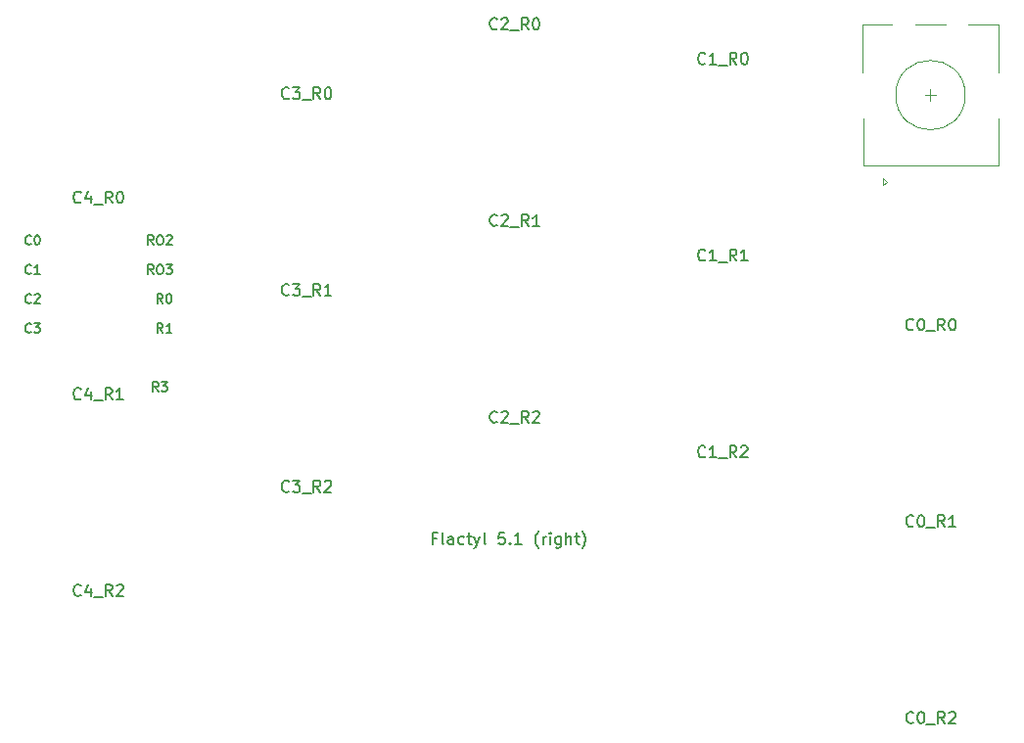
<source format=gbr>
%TF.GenerationSoftware,KiCad,Pcbnew,7.0.6-0*%
%TF.CreationDate,2023-08-01T13:26:10+08:00*%
%TF.ProjectId,right,72696768-742e-46b6-9963-61645f706362,v1.0.0*%
%TF.SameCoordinates,Original*%
%TF.FileFunction,Legend,Top*%
%TF.FilePolarity,Positive*%
%FSLAX46Y46*%
G04 Gerber Fmt 4.6, Leading zero omitted, Abs format (unit mm)*
G04 Created by KiCad (PCBNEW 7.0.6-0) date 2023-08-01 13:26:10*
%MOMM*%
%LPD*%
G01*
G04 APERTURE LIST*
%ADD10C,0.150000*%
%ADD11C,0.120000*%
G04 APERTURE END LIST*
D10*
X-1523809Y30640419D02*
X-1571428Y30592800D01*
X-1571428Y30592800D02*
X-1714285Y30545180D01*
X-1714285Y30545180D02*
X-1809523Y30545180D01*
X-1809523Y30545180D02*
X-1952380Y30592800D01*
X-1952380Y30592800D02*
X-2047618Y30688038D01*
X-2047618Y30688038D02*
X-2095237Y30783276D01*
X-2095237Y30783276D02*
X-2142856Y30973752D01*
X-2142856Y30973752D02*
X-2142856Y31116609D01*
X-2142856Y31116609D02*
X-2095237Y31307085D01*
X-2095237Y31307085D02*
X-2047618Y31402323D01*
X-2047618Y31402323D02*
X-1952380Y31497561D01*
X-1952380Y31497561D02*
X-1809523Y31545180D01*
X-1809523Y31545180D02*
X-1714285Y31545180D01*
X-1714285Y31545180D02*
X-1571428Y31497561D01*
X-1571428Y31497561D02*
X-1523809Y31449942D01*
X-666666Y31211847D02*
X-666666Y30545180D01*
X-904761Y31592800D02*
X-1142856Y30878514D01*
X-1142856Y30878514D02*
X-523809Y30878514D01*
X-380952Y30449942D02*
X380952Y30449942D01*
X1190476Y30545180D02*
X857143Y31021371D01*
X619048Y30545180D02*
X619048Y31545180D01*
X619048Y31545180D02*
X1000000Y31545180D01*
X1000000Y31545180D02*
X1095238Y31497561D01*
X1095238Y31497561D02*
X1142857Y31449942D01*
X1142857Y31449942D02*
X1190476Y31354704D01*
X1190476Y31354704D02*
X1190476Y31211847D01*
X1190476Y31211847D02*
X1142857Y31116609D01*
X1142857Y31116609D02*
X1095238Y31068990D01*
X1095238Y31068990D02*
X1000000Y31021371D01*
X1000000Y31021371D02*
X619048Y31021371D01*
X1809524Y31545180D02*
X1904762Y31545180D01*
X1904762Y31545180D02*
X2000000Y31497561D01*
X2000000Y31497561D02*
X2047619Y31449942D01*
X2047619Y31449942D02*
X2095238Y31354704D01*
X2095238Y31354704D02*
X2142857Y31164228D01*
X2142857Y31164228D02*
X2142857Y30926133D01*
X2142857Y30926133D02*
X2095238Y30735657D01*
X2095238Y30735657D02*
X2047619Y30640419D01*
X2047619Y30640419D02*
X2000000Y30592800D01*
X2000000Y30592800D02*
X1904762Y30545180D01*
X1904762Y30545180D02*
X1809524Y30545180D01*
X1809524Y30545180D02*
X1714286Y30592800D01*
X1714286Y30592800D02*
X1666667Y30640419D01*
X1666667Y30640419D02*
X1619048Y30735657D01*
X1619048Y30735657D02*
X1571429Y30926133D01*
X1571429Y30926133D02*
X1571429Y31164228D01*
X1571429Y31164228D02*
X1619048Y31354704D01*
X1619048Y31354704D02*
X1666667Y31449942D01*
X1666667Y31449942D02*
X1714286Y31497561D01*
X1714286Y31497561D02*
X1809524Y31545180D01*
X-1523809Y13640419D02*
X-1571428Y13592800D01*
X-1571428Y13592800D02*
X-1714285Y13545180D01*
X-1714285Y13545180D02*
X-1809523Y13545180D01*
X-1809523Y13545180D02*
X-1952380Y13592800D01*
X-1952380Y13592800D02*
X-2047618Y13688038D01*
X-2047618Y13688038D02*
X-2095237Y13783276D01*
X-2095237Y13783276D02*
X-2142856Y13973752D01*
X-2142856Y13973752D02*
X-2142856Y14116609D01*
X-2142856Y14116609D02*
X-2095237Y14307085D01*
X-2095237Y14307085D02*
X-2047618Y14402323D01*
X-2047618Y14402323D02*
X-1952380Y14497561D01*
X-1952380Y14497561D02*
X-1809523Y14545180D01*
X-1809523Y14545180D02*
X-1714285Y14545180D01*
X-1714285Y14545180D02*
X-1571428Y14497561D01*
X-1571428Y14497561D02*
X-1523809Y14449942D01*
X-666666Y14211847D02*
X-666666Y13545180D01*
X-904761Y14592800D02*
X-1142856Y13878514D01*
X-1142856Y13878514D02*
X-523809Y13878514D01*
X-380952Y13449942D02*
X380952Y13449942D01*
X1190476Y13545180D02*
X857143Y14021371D01*
X619048Y13545180D02*
X619048Y14545180D01*
X619048Y14545180D02*
X1000000Y14545180D01*
X1000000Y14545180D02*
X1095238Y14497561D01*
X1095238Y14497561D02*
X1142857Y14449942D01*
X1142857Y14449942D02*
X1190476Y14354704D01*
X1190476Y14354704D02*
X1190476Y14211847D01*
X1190476Y14211847D02*
X1142857Y14116609D01*
X1142857Y14116609D02*
X1095238Y14068990D01*
X1095238Y14068990D02*
X1000000Y14021371D01*
X1000000Y14021371D02*
X619048Y14021371D01*
X2142857Y13545180D02*
X1571429Y13545180D01*
X1857143Y13545180D02*
X1857143Y14545180D01*
X1857143Y14545180D02*
X1761905Y14402323D01*
X1761905Y14402323D02*
X1666667Y14307085D01*
X1666667Y14307085D02*
X1571429Y14259466D01*
X-5833332Y27023895D02*
X-5871428Y26985800D01*
X-5871428Y26985800D02*
X-5985713Y26947704D01*
X-5985713Y26947704D02*
X-6061904Y26947704D01*
X-6061904Y26947704D02*
X-6176190Y26985800D01*
X-6176190Y26985800D02*
X-6252380Y27061990D01*
X-6252380Y27061990D02*
X-6290475Y27138180D01*
X-6290475Y27138180D02*
X-6328571Y27290561D01*
X-6328571Y27290561D02*
X-6328571Y27404847D01*
X-6328571Y27404847D02*
X-6290475Y27557228D01*
X-6290475Y27557228D02*
X-6252380Y27633419D01*
X-6252380Y27633419D02*
X-6176190Y27709609D01*
X-6176190Y27709609D02*
X-6061904Y27747704D01*
X-6061904Y27747704D02*
X-5985713Y27747704D01*
X-5985713Y27747704D02*
X-5871428Y27709609D01*
X-5871428Y27709609D02*
X-5833332Y27671514D01*
X-5338094Y27747704D02*
X-5261904Y27747704D01*
X-5261904Y27747704D02*
X-5185713Y27709609D01*
X-5185713Y27709609D02*
X-5147618Y27671514D01*
X-5147618Y27671514D02*
X-5109523Y27595323D01*
X-5109523Y27595323D02*
X-5071428Y27442942D01*
X-5071428Y27442942D02*
X-5071428Y27252466D01*
X-5071428Y27252466D02*
X-5109523Y27100085D01*
X-5109523Y27100085D02*
X-5147618Y27023895D01*
X-5147618Y27023895D02*
X-5185713Y26985800D01*
X-5185713Y26985800D02*
X-5261904Y26947704D01*
X-5261904Y26947704D02*
X-5338094Y26947704D01*
X-5338094Y26947704D02*
X-5414285Y26985800D01*
X-5414285Y26985800D02*
X-5452380Y27023895D01*
X-5452380Y27023895D02*
X-5490475Y27100085D01*
X-5490475Y27100085D02*
X-5528571Y27252466D01*
X-5528571Y27252466D02*
X-5528571Y27442942D01*
X-5528571Y27442942D02*
X-5490475Y27595323D01*
X-5490475Y27595323D02*
X-5452380Y27671514D01*
X-5452380Y27671514D02*
X-5414285Y27709609D01*
X-5414285Y27709609D02*
X-5338094Y27747704D01*
X-5833332Y24483895D02*
X-5871428Y24445800D01*
X-5871428Y24445800D02*
X-5985713Y24407704D01*
X-5985713Y24407704D02*
X-6061904Y24407704D01*
X-6061904Y24407704D02*
X-6176190Y24445800D01*
X-6176190Y24445800D02*
X-6252380Y24521990D01*
X-6252380Y24521990D02*
X-6290475Y24598180D01*
X-6290475Y24598180D02*
X-6328571Y24750561D01*
X-6328571Y24750561D02*
X-6328571Y24864847D01*
X-6328571Y24864847D02*
X-6290475Y25017228D01*
X-6290475Y25017228D02*
X-6252380Y25093419D01*
X-6252380Y25093419D02*
X-6176190Y25169609D01*
X-6176190Y25169609D02*
X-6061904Y25207704D01*
X-6061904Y25207704D02*
X-5985713Y25207704D01*
X-5985713Y25207704D02*
X-5871428Y25169609D01*
X-5871428Y25169609D02*
X-5833332Y25131514D01*
X-5071428Y24407704D02*
X-5528571Y24407704D01*
X-5299999Y24407704D02*
X-5299999Y25207704D01*
X-5299999Y25207704D02*
X-5376190Y25093419D01*
X-5376190Y25093419D02*
X-5452380Y25017228D01*
X-5452380Y25017228D02*
X-5528571Y24979133D01*
X-5833332Y21943895D02*
X-5871428Y21905800D01*
X-5871428Y21905800D02*
X-5985713Y21867704D01*
X-5985713Y21867704D02*
X-6061904Y21867704D01*
X-6061904Y21867704D02*
X-6176190Y21905800D01*
X-6176190Y21905800D02*
X-6252380Y21981990D01*
X-6252380Y21981990D02*
X-6290475Y22058180D01*
X-6290475Y22058180D02*
X-6328571Y22210561D01*
X-6328571Y22210561D02*
X-6328571Y22324847D01*
X-6328571Y22324847D02*
X-6290475Y22477228D01*
X-6290475Y22477228D02*
X-6252380Y22553419D01*
X-6252380Y22553419D02*
X-6176190Y22629609D01*
X-6176190Y22629609D02*
X-6061904Y22667704D01*
X-6061904Y22667704D02*
X-5985713Y22667704D01*
X-5985713Y22667704D02*
X-5871428Y22629609D01*
X-5871428Y22629609D02*
X-5833332Y22591514D01*
X-5528571Y22591514D02*
X-5490475Y22629609D01*
X-5490475Y22629609D02*
X-5414285Y22667704D01*
X-5414285Y22667704D02*
X-5223809Y22667704D01*
X-5223809Y22667704D02*
X-5147618Y22629609D01*
X-5147618Y22629609D02*
X-5109523Y22591514D01*
X-5109523Y22591514D02*
X-5071428Y22515323D01*
X-5071428Y22515323D02*
X-5071428Y22439133D01*
X-5071428Y22439133D02*
X-5109523Y22324847D01*
X-5109523Y22324847D02*
X-5566666Y21867704D01*
X-5566666Y21867704D02*
X-5071428Y21867704D01*
X-5833332Y19403895D02*
X-5871428Y19365800D01*
X-5871428Y19365800D02*
X-5985713Y19327704D01*
X-5985713Y19327704D02*
X-6061904Y19327704D01*
X-6061904Y19327704D02*
X-6176190Y19365800D01*
X-6176190Y19365800D02*
X-6252380Y19441990D01*
X-6252380Y19441990D02*
X-6290475Y19518180D01*
X-6290475Y19518180D02*
X-6328571Y19670561D01*
X-6328571Y19670561D02*
X-6328571Y19784847D01*
X-6328571Y19784847D02*
X-6290475Y19937228D01*
X-6290475Y19937228D02*
X-6252380Y20013419D01*
X-6252380Y20013419D02*
X-6176190Y20089609D01*
X-6176190Y20089609D02*
X-6061904Y20127704D01*
X-6061904Y20127704D02*
X-5985713Y20127704D01*
X-5985713Y20127704D02*
X-5871428Y20089609D01*
X-5871428Y20089609D02*
X-5833332Y20051514D01*
X-5566666Y20127704D02*
X-5071428Y20127704D01*
X-5071428Y20127704D02*
X-5338094Y19822942D01*
X-5338094Y19822942D02*
X-5223809Y19822942D01*
X-5223809Y19822942D02*
X-5147618Y19784847D01*
X-5147618Y19784847D02*
X-5109523Y19746752D01*
X-5109523Y19746752D02*
X-5071428Y19670561D01*
X-5071428Y19670561D02*
X-5071428Y19480085D01*
X-5071428Y19480085D02*
X-5109523Y19403895D01*
X-5109523Y19403895D02*
X-5147618Y19365800D01*
X-5147618Y19365800D02*
X-5223809Y19327704D01*
X-5223809Y19327704D02*
X-5452380Y19327704D01*
X-5452380Y19327704D02*
X-5528571Y19365800D01*
X-5528571Y19365800D02*
X-5566666Y19403895D01*
X4747619Y26947704D02*
X4480952Y27328657D01*
X4290476Y26947704D02*
X4290476Y27747704D01*
X4290476Y27747704D02*
X4595238Y27747704D01*
X4595238Y27747704D02*
X4671428Y27709609D01*
X4671428Y27709609D02*
X4709523Y27671514D01*
X4709523Y27671514D02*
X4747619Y27595323D01*
X4747619Y27595323D02*
X4747619Y27481038D01*
X4747619Y27481038D02*
X4709523Y27404847D01*
X4709523Y27404847D02*
X4671428Y27366752D01*
X4671428Y27366752D02*
X4595238Y27328657D01*
X4595238Y27328657D02*
X4290476Y27328657D01*
X5242857Y27747704D02*
X5395238Y27747704D01*
X5395238Y27747704D02*
X5471428Y27709609D01*
X5471428Y27709609D02*
X5547619Y27633419D01*
X5547619Y27633419D02*
X5585714Y27481038D01*
X5585714Y27481038D02*
X5585714Y27214371D01*
X5585714Y27214371D02*
X5547619Y27061990D01*
X5547619Y27061990D02*
X5471428Y26985800D01*
X5471428Y26985800D02*
X5395238Y26947704D01*
X5395238Y26947704D02*
X5242857Y26947704D01*
X5242857Y26947704D02*
X5166666Y26985800D01*
X5166666Y26985800D02*
X5090476Y27061990D01*
X5090476Y27061990D02*
X5052380Y27214371D01*
X5052380Y27214371D02*
X5052380Y27481038D01*
X5052380Y27481038D02*
X5090476Y27633419D01*
X5090476Y27633419D02*
X5166666Y27709609D01*
X5166666Y27709609D02*
X5242857Y27747704D01*
X5890475Y27671514D02*
X5928571Y27709609D01*
X5928571Y27709609D02*
X6004761Y27747704D01*
X6004761Y27747704D02*
X6195237Y27747704D01*
X6195237Y27747704D02*
X6271428Y27709609D01*
X6271428Y27709609D02*
X6309523Y27671514D01*
X6309523Y27671514D02*
X6347618Y27595323D01*
X6347618Y27595323D02*
X6347618Y27519133D01*
X6347618Y27519133D02*
X6309523Y27404847D01*
X6309523Y27404847D02*
X5852380Y26947704D01*
X5852380Y26947704D02*
X6347618Y26947704D01*
X4747619Y24407704D02*
X4480952Y24788657D01*
X4290476Y24407704D02*
X4290476Y25207704D01*
X4290476Y25207704D02*
X4595238Y25207704D01*
X4595238Y25207704D02*
X4671428Y25169609D01*
X4671428Y25169609D02*
X4709523Y25131514D01*
X4709523Y25131514D02*
X4747619Y25055323D01*
X4747619Y25055323D02*
X4747619Y24941038D01*
X4747619Y24941038D02*
X4709523Y24864847D01*
X4709523Y24864847D02*
X4671428Y24826752D01*
X4671428Y24826752D02*
X4595238Y24788657D01*
X4595238Y24788657D02*
X4290476Y24788657D01*
X5242857Y25207704D02*
X5395238Y25207704D01*
X5395238Y25207704D02*
X5471428Y25169609D01*
X5471428Y25169609D02*
X5547619Y25093419D01*
X5547619Y25093419D02*
X5585714Y24941038D01*
X5585714Y24941038D02*
X5585714Y24674371D01*
X5585714Y24674371D02*
X5547619Y24521990D01*
X5547619Y24521990D02*
X5471428Y24445800D01*
X5471428Y24445800D02*
X5395238Y24407704D01*
X5395238Y24407704D02*
X5242857Y24407704D01*
X5242857Y24407704D02*
X5166666Y24445800D01*
X5166666Y24445800D02*
X5090476Y24521990D01*
X5090476Y24521990D02*
X5052380Y24674371D01*
X5052380Y24674371D02*
X5052380Y24941038D01*
X5052380Y24941038D02*
X5090476Y25093419D01*
X5090476Y25093419D02*
X5166666Y25169609D01*
X5166666Y25169609D02*
X5242857Y25207704D01*
X5852380Y25207704D02*
X6347618Y25207704D01*
X6347618Y25207704D02*
X6080952Y24902942D01*
X6080952Y24902942D02*
X6195237Y24902942D01*
X6195237Y24902942D02*
X6271428Y24864847D01*
X6271428Y24864847D02*
X6309523Y24826752D01*
X6309523Y24826752D02*
X6347618Y24750561D01*
X6347618Y24750561D02*
X6347618Y24560085D01*
X6347618Y24560085D02*
X6309523Y24483895D01*
X6309523Y24483895D02*
X6271428Y24445800D01*
X6271428Y24445800D02*
X6195237Y24407704D01*
X6195237Y24407704D02*
X5966666Y24407704D01*
X5966666Y24407704D02*
X5890475Y24445800D01*
X5890475Y24445800D02*
X5852380Y24483895D01*
X5566667Y21867704D02*
X5300000Y22248657D01*
X5109524Y21867704D02*
X5109524Y22667704D01*
X5109524Y22667704D02*
X5414286Y22667704D01*
X5414286Y22667704D02*
X5490476Y22629609D01*
X5490476Y22629609D02*
X5528571Y22591514D01*
X5528571Y22591514D02*
X5566667Y22515323D01*
X5566667Y22515323D02*
X5566667Y22401038D01*
X5566667Y22401038D02*
X5528571Y22324847D01*
X5528571Y22324847D02*
X5490476Y22286752D01*
X5490476Y22286752D02*
X5414286Y22248657D01*
X5414286Y22248657D02*
X5109524Y22248657D01*
X6061905Y22667704D02*
X6138095Y22667704D01*
X6138095Y22667704D02*
X6214286Y22629609D01*
X6214286Y22629609D02*
X6252381Y22591514D01*
X6252381Y22591514D02*
X6290476Y22515323D01*
X6290476Y22515323D02*
X6328571Y22362942D01*
X6328571Y22362942D02*
X6328571Y22172466D01*
X6328571Y22172466D02*
X6290476Y22020085D01*
X6290476Y22020085D02*
X6252381Y21943895D01*
X6252381Y21943895D02*
X6214286Y21905800D01*
X6214286Y21905800D02*
X6138095Y21867704D01*
X6138095Y21867704D02*
X6061905Y21867704D01*
X6061905Y21867704D02*
X5985714Y21905800D01*
X5985714Y21905800D02*
X5947619Y21943895D01*
X5947619Y21943895D02*
X5909524Y22020085D01*
X5909524Y22020085D02*
X5871428Y22172466D01*
X5871428Y22172466D02*
X5871428Y22362942D01*
X5871428Y22362942D02*
X5909524Y22515323D01*
X5909524Y22515323D02*
X5947619Y22591514D01*
X5947619Y22591514D02*
X5985714Y22629609D01*
X5985714Y22629609D02*
X6061905Y22667704D01*
X5566667Y19327704D02*
X5300000Y19708657D01*
X5109524Y19327704D02*
X5109524Y20127704D01*
X5109524Y20127704D02*
X5414286Y20127704D01*
X5414286Y20127704D02*
X5490476Y20089609D01*
X5490476Y20089609D02*
X5528571Y20051514D01*
X5528571Y20051514D02*
X5566667Y19975323D01*
X5566667Y19975323D02*
X5566667Y19861038D01*
X5566667Y19861038D02*
X5528571Y19784847D01*
X5528571Y19784847D02*
X5490476Y19746752D01*
X5490476Y19746752D02*
X5414286Y19708657D01*
X5414286Y19708657D02*
X5109524Y19708657D01*
X6328571Y19327704D02*
X5871428Y19327704D01*
X6100000Y19327704D02*
X6100000Y20127704D01*
X6100000Y20127704D02*
X6023809Y20013419D01*
X6023809Y20013419D02*
X5947619Y19937228D01*
X5947619Y19937228D02*
X5871428Y19899133D01*
X5166667Y14247704D02*
X4900000Y14628657D01*
X4709524Y14247704D02*
X4709524Y15047704D01*
X4709524Y15047704D02*
X5014286Y15047704D01*
X5014286Y15047704D02*
X5090476Y15009609D01*
X5090476Y15009609D02*
X5128571Y14971514D01*
X5128571Y14971514D02*
X5166667Y14895323D01*
X5166667Y14895323D02*
X5166667Y14781038D01*
X5166667Y14781038D02*
X5128571Y14704847D01*
X5128571Y14704847D02*
X5090476Y14666752D01*
X5090476Y14666752D02*
X5014286Y14628657D01*
X5014286Y14628657D02*
X4709524Y14628657D01*
X5433333Y15047704D02*
X5928571Y15047704D01*
X5928571Y15047704D02*
X5661905Y14742942D01*
X5661905Y14742942D02*
X5776190Y14742942D01*
X5776190Y14742942D02*
X5852381Y14704847D01*
X5852381Y14704847D02*
X5890476Y14666752D01*
X5890476Y14666752D02*
X5928571Y14590561D01*
X5928571Y14590561D02*
X5928571Y14400085D01*
X5928571Y14400085D02*
X5890476Y14323895D01*
X5890476Y14323895D02*
X5852381Y14285800D01*
X5852381Y14285800D02*
X5776190Y14247704D01*
X5776190Y14247704D02*
X5547619Y14247704D01*
X5547619Y14247704D02*
X5471428Y14285800D01*
X5471428Y14285800D02*
X5433333Y14323895D01*
X29214284Y1568990D02*
X28880951Y1568990D01*
X28880951Y1045180D02*
X28880951Y2045180D01*
X28880951Y2045180D02*
X29357141Y2045180D01*
X29880951Y1045180D02*
X29785713Y1092800D01*
X29785713Y1092800D02*
X29738094Y1188038D01*
X29738094Y1188038D02*
X29738094Y2045180D01*
X30690475Y1045180D02*
X30690475Y1568990D01*
X30690475Y1568990D02*
X30642856Y1664228D01*
X30642856Y1664228D02*
X30547618Y1711847D01*
X30547618Y1711847D02*
X30357142Y1711847D01*
X30357142Y1711847D02*
X30261904Y1664228D01*
X30690475Y1092800D02*
X30595237Y1045180D01*
X30595237Y1045180D02*
X30357142Y1045180D01*
X30357142Y1045180D02*
X30261904Y1092800D01*
X30261904Y1092800D02*
X30214285Y1188038D01*
X30214285Y1188038D02*
X30214285Y1283276D01*
X30214285Y1283276D02*
X30261904Y1378514D01*
X30261904Y1378514D02*
X30357142Y1426133D01*
X30357142Y1426133D02*
X30595237Y1426133D01*
X30595237Y1426133D02*
X30690475Y1473752D01*
X31595237Y1092800D02*
X31499999Y1045180D01*
X31499999Y1045180D02*
X31309523Y1045180D01*
X31309523Y1045180D02*
X31214285Y1092800D01*
X31214285Y1092800D02*
X31166666Y1140419D01*
X31166666Y1140419D02*
X31119047Y1235657D01*
X31119047Y1235657D02*
X31119047Y1521371D01*
X31119047Y1521371D02*
X31166666Y1616609D01*
X31166666Y1616609D02*
X31214285Y1664228D01*
X31214285Y1664228D02*
X31309523Y1711847D01*
X31309523Y1711847D02*
X31499999Y1711847D01*
X31499999Y1711847D02*
X31595237Y1664228D01*
X31880952Y1711847D02*
X32261904Y1711847D01*
X32023809Y2045180D02*
X32023809Y1188038D01*
X32023809Y1188038D02*
X32071428Y1092800D01*
X32071428Y1092800D02*
X32166666Y1045180D01*
X32166666Y1045180D02*
X32261904Y1045180D01*
X32500000Y1711847D02*
X32738095Y1045180D01*
X32976190Y1711847D02*
X32738095Y1045180D01*
X32738095Y1045180D02*
X32642857Y807085D01*
X32642857Y807085D02*
X32595238Y759466D01*
X32595238Y759466D02*
X32500000Y711847D01*
X33500000Y1045180D02*
X33404762Y1092800D01*
X33404762Y1092800D02*
X33357143Y1188038D01*
X33357143Y1188038D02*
X33357143Y2045180D01*
X35119048Y2045180D02*
X34642858Y2045180D01*
X34642858Y2045180D02*
X34595239Y1568990D01*
X34595239Y1568990D02*
X34642858Y1616609D01*
X34642858Y1616609D02*
X34738096Y1664228D01*
X34738096Y1664228D02*
X34976191Y1664228D01*
X34976191Y1664228D02*
X35071429Y1616609D01*
X35071429Y1616609D02*
X35119048Y1568990D01*
X35119048Y1568990D02*
X35166667Y1473752D01*
X35166667Y1473752D02*
X35166667Y1235657D01*
X35166667Y1235657D02*
X35119048Y1140419D01*
X35119048Y1140419D02*
X35071429Y1092800D01*
X35071429Y1092800D02*
X34976191Y1045180D01*
X34976191Y1045180D02*
X34738096Y1045180D01*
X34738096Y1045180D02*
X34642858Y1092800D01*
X34642858Y1092800D02*
X34595239Y1140419D01*
X35595239Y1140419D02*
X35642858Y1092800D01*
X35642858Y1092800D02*
X35595239Y1045180D01*
X35595239Y1045180D02*
X35547620Y1092800D01*
X35547620Y1092800D02*
X35595239Y1140419D01*
X35595239Y1140419D02*
X35595239Y1045180D01*
X36595238Y1045180D02*
X36023810Y1045180D01*
X36309524Y1045180D02*
X36309524Y2045180D01*
X36309524Y2045180D02*
X36214286Y1902323D01*
X36214286Y1902323D02*
X36119048Y1807085D01*
X36119048Y1807085D02*
X36023810Y1759466D01*
X38071429Y664228D02*
X38023810Y711847D01*
X38023810Y711847D02*
X37928572Y854704D01*
X37928572Y854704D02*
X37880953Y949942D01*
X37880953Y949942D02*
X37833334Y1092800D01*
X37833334Y1092800D02*
X37785715Y1330895D01*
X37785715Y1330895D02*
X37785715Y1521371D01*
X37785715Y1521371D02*
X37833334Y1759466D01*
X37833334Y1759466D02*
X37880953Y1902323D01*
X37880953Y1902323D02*
X37928572Y1997561D01*
X37928572Y1997561D02*
X38023810Y2140419D01*
X38023810Y2140419D02*
X38071429Y2188038D01*
X38452382Y1045180D02*
X38452382Y1711847D01*
X38452382Y1521371D02*
X38500001Y1616609D01*
X38500001Y1616609D02*
X38547620Y1664228D01*
X38547620Y1664228D02*
X38642858Y1711847D01*
X38642858Y1711847D02*
X38738096Y1711847D01*
X39071430Y1045180D02*
X39071430Y1711847D01*
X39071430Y2045180D02*
X39023811Y1997561D01*
X39023811Y1997561D02*
X39071430Y1949942D01*
X39071430Y1949942D02*
X39119049Y1997561D01*
X39119049Y1997561D02*
X39071430Y2045180D01*
X39071430Y2045180D02*
X39071430Y1949942D01*
X39976191Y1711847D02*
X39976191Y902323D01*
X39976191Y902323D02*
X39928572Y807085D01*
X39928572Y807085D02*
X39880953Y759466D01*
X39880953Y759466D02*
X39785715Y711847D01*
X39785715Y711847D02*
X39642858Y711847D01*
X39642858Y711847D02*
X39547620Y759466D01*
X39976191Y1092800D02*
X39880953Y1045180D01*
X39880953Y1045180D02*
X39690477Y1045180D01*
X39690477Y1045180D02*
X39595239Y1092800D01*
X39595239Y1092800D02*
X39547620Y1140419D01*
X39547620Y1140419D02*
X39500001Y1235657D01*
X39500001Y1235657D02*
X39500001Y1521371D01*
X39500001Y1521371D02*
X39547620Y1616609D01*
X39547620Y1616609D02*
X39595239Y1664228D01*
X39595239Y1664228D02*
X39690477Y1711847D01*
X39690477Y1711847D02*
X39880953Y1711847D01*
X39880953Y1711847D02*
X39976191Y1664228D01*
X40452382Y1045180D02*
X40452382Y2045180D01*
X40880953Y1045180D02*
X40880953Y1568990D01*
X40880953Y1568990D02*
X40833334Y1664228D01*
X40833334Y1664228D02*
X40738096Y1711847D01*
X40738096Y1711847D02*
X40595239Y1711847D01*
X40595239Y1711847D02*
X40500001Y1664228D01*
X40500001Y1664228D02*
X40452382Y1616609D01*
X41214287Y1711847D02*
X41595239Y1711847D01*
X41357144Y2045180D02*
X41357144Y1188038D01*
X41357144Y1188038D02*
X41404763Y1092800D01*
X41404763Y1092800D02*
X41500001Y1045180D01*
X41500001Y1045180D02*
X41595239Y1045180D01*
X41833335Y664228D02*
X41880954Y711847D01*
X41880954Y711847D02*
X41976192Y854704D01*
X41976192Y854704D02*
X42023811Y949942D01*
X42023811Y949942D02*
X42071430Y1092800D01*
X42071430Y1092800D02*
X42119049Y1330895D01*
X42119049Y1330895D02*
X42119049Y1521371D01*
X42119049Y1521371D02*
X42071430Y1759466D01*
X42071430Y1759466D02*
X42023811Y1902323D01*
X42023811Y1902323D02*
X41976192Y1997561D01*
X41976192Y1997561D02*
X41880954Y2140419D01*
X41880954Y2140419D02*
X41833335Y2188038D01*
X70476190Y19640419D02*
X70428571Y19592800D01*
X70428571Y19592800D02*
X70285714Y19545180D01*
X70285714Y19545180D02*
X70190476Y19545180D01*
X70190476Y19545180D02*
X70047619Y19592800D01*
X70047619Y19592800D02*
X69952381Y19688038D01*
X69952381Y19688038D02*
X69904762Y19783276D01*
X69904762Y19783276D02*
X69857143Y19973752D01*
X69857143Y19973752D02*
X69857143Y20116609D01*
X69857143Y20116609D02*
X69904762Y20307085D01*
X69904762Y20307085D02*
X69952381Y20402323D01*
X69952381Y20402323D02*
X70047619Y20497561D01*
X70047619Y20497561D02*
X70190476Y20545180D01*
X70190476Y20545180D02*
X70285714Y20545180D01*
X70285714Y20545180D02*
X70428571Y20497561D01*
X70428571Y20497561D02*
X70476190Y20449942D01*
X71095238Y20545180D02*
X71190476Y20545180D01*
X71190476Y20545180D02*
X71285714Y20497561D01*
X71285714Y20497561D02*
X71333333Y20449942D01*
X71333333Y20449942D02*
X71380952Y20354704D01*
X71380952Y20354704D02*
X71428571Y20164228D01*
X71428571Y20164228D02*
X71428571Y19926133D01*
X71428571Y19926133D02*
X71380952Y19735657D01*
X71380952Y19735657D02*
X71333333Y19640419D01*
X71333333Y19640419D02*
X71285714Y19592800D01*
X71285714Y19592800D02*
X71190476Y19545180D01*
X71190476Y19545180D02*
X71095238Y19545180D01*
X71095238Y19545180D02*
X71000000Y19592800D01*
X71000000Y19592800D02*
X70952381Y19640419D01*
X70952381Y19640419D02*
X70904762Y19735657D01*
X70904762Y19735657D02*
X70857143Y19926133D01*
X70857143Y19926133D02*
X70857143Y20164228D01*
X70857143Y20164228D02*
X70904762Y20354704D01*
X70904762Y20354704D02*
X70952381Y20449942D01*
X70952381Y20449942D02*
X71000000Y20497561D01*
X71000000Y20497561D02*
X71095238Y20545180D01*
X71619048Y19449942D02*
X72380952Y19449942D01*
X73190476Y19545180D02*
X72857143Y20021371D01*
X72619048Y19545180D02*
X72619048Y20545180D01*
X72619048Y20545180D02*
X73000000Y20545180D01*
X73000000Y20545180D02*
X73095238Y20497561D01*
X73095238Y20497561D02*
X73142857Y20449942D01*
X73142857Y20449942D02*
X73190476Y20354704D01*
X73190476Y20354704D02*
X73190476Y20211847D01*
X73190476Y20211847D02*
X73142857Y20116609D01*
X73142857Y20116609D02*
X73095238Y20068990D01*
X73095238Y20068990D02*
X73000000Y20021371D01*
X73000000Y20021371D02*
X72619048Y20021371D01*
X73809524Y20545180D02*
X73904762Y20545180D01*
X73904762Y20545180D02*
X74000000Y20497561D01*
X74000000Y20497561D02*
X74047619Y20449942D01*
X74047619Y20449942D02*
X74095238Y20354704D01*
X74095238Y20354704D02*
X74142857Y20164228D01*
X74142857Y20164228D02*
X74142857Y19926133D01*
X74142857Y19926133D02*
X74095238Y19735657D01*
X74095238Y19735657D02*
X74047619Y19640419D01*
X74047619Y19640419D02*
X74000000Y19592800D01*
X74000000Y19592800D02*
X73904762Y19545180D01*
X73904762Y19545180D02*
X73809524Y19545180D01*
X73809524Y19545180D02*
X73714286Y19592800D01*
X73714286Y19592800D02*
X73666667Y19640419D01*
X73666667Y19640419D02*
X73619048Y19735657D01*
X73619048Y19735657D02*
X73571429Y19926133D01*
X73571429Y19926133D02*
X73571429Y20164228D01*
X73571429Y20164228D02*
X73619048Y20354704D01*
X73619048Y20354704D02*
X73666667Y20449942D01*
X73666667Y20449942D02*
X73714286Y20497561D01*
X73714286Y20497561D02*
X73809524Y20545180D01*
X70476190Y2640419D02*
X70428571Y2592800D01*
X70428571Y2592800D02*
X70285714Y2545180D01*
X70285714Y2545180D02*
X70190476Y2545180D01*
X70190476Y2545180D02*
X70047619Y2592800D01*
X70047619Y2592800D02*
X69952381Y2688038D01*
X69952381Y2688038D02*
X69904762Y2783276D01*
X69904762Y2783276D02*
X69857143Y2973752D01*
X69857143Y2973752D02*
X69857143Y3116609D01*
X69857143Y3116609D02*
X69904762Y3307085D01*
X69904762Y3307085D02*
X69952381Y3402323D01*
X69952381Y3402323D02*
X70047619Y3497561D01*
X70047619Y3497561D02*
X70190476Y3545180D01*
X70190476Y3545180D02*
X70285714Y3545180D01*
X70285714Y3545180D02*
X70428571Y3497561D01*
X70428571Y3497561D02*
X70476190Y3449942D01*
X71095238Y3545180D02*
X71190476Y3545180D01*
X71190476Y3545180D02*
X71285714Y3497561D01*
X71285714Y3497561D02*
X71333333Y3449942D01*
X71333333Y3449942D02*
X71380952Y3354704D01*
X71380952Y3354704D02*
X71428571Y3164228D01*
X71428571Y3164228D02*
X71428571Y2926133D01*
X71428571Y2926133D02*
X71380952Y2735657D01*
X71380952Y2735657D02*
X71333333Y2640419D01*
X71333333Y2640419D02*
X71285714Y2592800D01*
X71285714Y2592800D02*
X71190476Y2545180D01*
X71190476Y2545180D02*
X71095238Y2545180D01*
X71095238Y2545180D02*
X71000000Y2592800D01*
X71000000Y2592800D02*
X70952381Y2640419D01*
X70952381Y2640419D02*
X70904762Y2735657D01*
X70904762Y2735657D02*
X70857143Y2926133D01*
X70857143Y2926133D02*
X70857143Y3164228D01*
X70857143Y3164228D02*
X70904762Y3354704D01*
X70904762Y3354704D02*
X70952381Y3449942D01*
X70952381Y3449942D02*
X71000000Y3497561D01*
X71000000Y3497561D02*
X71095238Y3545180D01*
X71619048Y2449942D02*
X72380952Y2449942D01*
X73190476Y2545180D02*
X72857143Y3021371D01*
X72619048Y2545180D02*
X72619048Y3545180D01*
X72619048Y3545180D02*
X73000000Y3545180D01*
X73000000Y3545180D02*
X73095238Y3497561D01*
X73095238Y3497561D02*
X73142857Y3449942D01*
X73142857Y3449942D02*
X73190476Y3354704D01*
X73190476Y3354704D02*
X73190476Y3211847D01*
X73190476Y3211847D02*
X73142857Y3116609D01*
X73142857Y3116609D02*
X73095238Y3068990D01*
X73095238Y3068990D02*
X73000000Y3021371D01*
X73000000Y3021371D02*
X72619048Y3021371D01*
X74142857Y2545180D02*
X73571429Y2545180D01*
X73857143Y2545180D02*
X73857143Y3545180D01*
X73857143Y3545180D02*
X73761905Y3402323D01*
X73761905Y3402323D02*
X73666667Y3307085D01*
X73666667Y3307085D02*
X73571429Y3259466D01*
X70476190Y-14359580D02*
X70428571Y-14407200D01*
X70428571Y-14407200D02*
X70285714Y-14454819D01*
X70285714Y-14454819D02*
X70190476Y-14454819D01*
X70190476Y-14454819D02*
X70047619Y-14407200D01*
X70047619Y-14407200D02*
X69952381Y-14311961D01*
X69952381Y-14311961D02*
X69904762Y-14216723D01*
X69904762Y-14216723D02*
X69857143Y-14026247D01*
X69857143Y-14026247D02*
X69857143Y-13883390D01*
X69857143Y-13883390D02*
X69904762Y-13692914D01*
X69904762Y-13692914D02*
X69952381Y-13597676D01*
X69952381Y-13597676D02*
X70047619Y-13502438D01*
X70047619Y-13502438D02*
X70190476Y-13454819D01*
X70190476Y-13454819D02*
X70285714Y-13454819D01*
X70285714Y-13454819D02*
X70428571Y-13502438D01*
X70428571Y-13502438D02*
X70476190Y-13550057D01*
X71095238Y-13454819D02*
X71190476Y-13454819D01*
X71190476Y-13454819D02*
X71285714Y-13502438D01*
X71285714Y-13502438D02*
X71333333Y-13550057D01*
X71333333Y-13550057D02*
X71380952Y-13645295D01*
X71380952Y-13645295D02*
X71428571Y-13835771D01*
X71428571Y-13835771D02*
X71428571Y-14073866D01*
X71428571Y-14073866D02*
X71380952Y-14264342D01*
X71380952Y-14264342D02*
X71333333Y-14359580D01*
X71333333Y-14359580D02*
X71285714Y-14407200D01*
X71285714Y-14407200D02*
X71190476Y-14454819D01*
X71190476Y-14454819D02*
X71095238Y-14454819D01*
X71095238Y-14454819D02*
X71000000Y-14407200D01*
X71000000Y-14407200D02*
X70952381Y-14359580D01*
X70952381Y-14359580D02*
X70904762Y-14264342D01*
X70904762Y-14264342D02*
X70857143Y-14073866D01*
X70857143Y-14073866D02*
X70857143Y-13835771D01*
X70857143Y-13835771D02*
X70904762Y-13645295D01*
X70904762Y-13645295D02*
X70952381Y-13550057D01*
X70952381Y-13550057D02*
X71000000Y-13502438D01*
X71000000Y-13502438D02*
X71095238Y-13454819D01*
X71619048Y-14550057D02*
X72380952Y-14550057D01*
X73190476Y-14454819D02*
X72857143Y-13978628D01*
X72619048Y-14454819D02*
X72619048Y-13454819D01*
X72619048Y-13454819D02*
X73000000Y-13454819D01*
X73000000Y-13454819D02*
X73095238Y-13502438D01*
X73095238Y-13502438D02*
X73142857Y-13550057D01*
X73142857Y-13550057D02*
X73190476Y-13645295D01*
X73190476Y-13645295D02*
X73190476Y-13788152D01*
X73190476Y-13788152D02*
X73142857Y-13883390D01*
X73142857Y-13883390D02*
X73095238Y-13931009D01*
X73095238Y-13931009D02*
X73000000Y-13978628D01*
X73000000Y-13978628D02*
X72619048Y-13978628D01*
X73571429Y-13550057D02*
X73619048Y-13502438D01*
X73619048Y-13502438D02*
X73714286Y-13454819D01*
X73714286Y-13454819D02*
X73952381Y-13454819D01*
X73952381Y-13454819D02*
X74047619Y-13502438D01*
X74047619Y-13502438D02*
X74095238Y-13550057D01*
X74095238Y-13550057D02*
X74142857Y-13645295D01*
X74142857Y-13645295D02*
X74142857Y-13740533D01*
X74142857Y-13740533D02*
X74095238Y-13883390D01*
X74095238Y-13883390D02*
X73523810Y-14454819D01*
X73523810Y-14454819D02*
X74142857Y-14454819D01*
X52476190Y42640419D02*
X52428571Y42592800D01*
X52428571Y42592800D02*
X52285714Y42545180D01*
X52285714Y42545180D02*
X52190476Y42545180D01*
X52190476Y42545180D02*
X52047619Y42592800D01*
X52047619Y42592800D02*
X51952381Y42688038D01*
X51952381Y42688038D02*
X51904762Y42783276D01*
X51904762Y42783276D02*
X51857143Y42973752D01*
X51857143Y42973752D02*
X51857143Y43116609D01*
X51857143Y43116609D02*
X51904762Y43307085D01*
X51904762Y43307085D02*
X51952381Y43402323D01*
X51952381Y43402323D02*
X52047619Y43497561D01*
X52047619Y43497561D02*
X52190476Y43545180D01*
X52190476Y43545180D02*
X52285714Y43545180D01*
X52285714Y43545180D02*
X52428571Y43497561D01*
X52428571Y43497561D02*
X52476190Y43449942D01*
X53428571Y42545180D02*
X52857143Y42545180D01*
X53142857Y42545180D02*
X53142857Y43545180D01*
X53142857Y43545180D02*
X53047619Y43402323D01*
X53047619Y43402323D02*
X52952381Y43307085D01*
X52952381Y43307085D02*
X52857143Y43259466D01*
X53619048Y42449942D02*
X54380952Y42449942D01*
X55190476Y42545180D02*
X54857143Y43021371D01*
X54619048Y42545180D02*
X54619048Y43545180D01*
X54619048Y43545180D02*
X55000000Y43545180D01*
X55000000Y43545180D02*
X55095238Y43497561D01*
X55095238Y43497561D02*
X55142857Y43449942D01*
X55142857Y43449942D02*
X55190476Y43354704D01*
X55190476Y43354704D02*
X55190476Y43211847D01*
X55190476Y43211847D02*
X55142857Y43116609D01*
X55142857Y43116609D02*
X55095238Y43068990D01*
X55095238Y43068990D02*
X55000000Y43021371D01*
X55000000Y43021371D02*
X54619048Y43021371D01*
X55809524Y43545180D02*
X55904762Y43545180D01*
X55904762Y43545180D02*
X56000000Y43497561D01*
X56000000Y43497561D02*
X56047619Y43449942D01*
X56047619Y43449942D02*
X56095238Y43354704D01*
X56095238Y43354704D02*
X56142857Y43164228D01*
X56142857Y43164228D02*
X56142857Y42926133D01*
X56142857Y42926133D02*
X56095238Y42735657D01*
X56095238Y42735657D02*
X56047619Y42640419D01*
X56047619Y42640419D02*
X56000000Y42592800D01*
X56000000Y42592800D02*
X55904762Y42545180D01*
X55904762Y42545180D02*
X55809524Y42545180D01*
X55809524Y42545180D02*
X55714286Y42592800D01*
X55714286Y42592800D02*
X55666667Y42640419D01*
X55666667Y42640419D02*
X55619048Y42735657D01*
X55619048Y42735657D02*
X55571429Y42926133D01*
X55571429Y42926133D02*
X55571429Y43164228D01*
X55571429Y43164228D02*
X55619048Y43354704D01*
X55619048Y43354704D02*
X55666667Y43449942D01*
X55666667Y43449942D02*
X55714286Y43497561D01*
X55714286Y43497561D02*
X55809524Y43545180D01*
X52476190Y25640419D02*
X52428571Y25592800D01*
X52428571Y25592800D02*
X52285714Y25545180D01*
X52285714Y25545180D02*
X52190476Y25545180D01*
X52190476Y25545180D02*
X52047619Y25592800D01*
X52047619Y25592800D02*
X51952381Y25688038D01*
X51952381Y25688038D02*
X51904762Y25783276D01*
X51904762Y25783276D02*
X51857143Y25973752D01*
X51857143Y25973752D02*
X51857143Y26116609D01*
X51857143Y26116609D02*
X51904762Y26307085D01*
X51904762Y26307085D02*
X51952381Y26402323D01*
X51952381Y26402323D02*
X52047619Y26497561D01*
X52047619Y26497561D02*
X52190476Y26545180D01*
X52190476Y26545180D02*
X52285714Y26545180D01*
X52285714Y26545180D02*
X52428571Y26497561D01*
X52428571Y26497561D02*
X52476190Y26449942D01*
X53428571Y25545180D02*
X52857143Y25545180D01*
X53142857Y25545180D02*
X53142857Y26545180D01*
X53142857Y26545180D02*
X53047619Y26402323D01*
X53047619Y26402323D02*
X52952381Y26307085D01*
X52952381Y26307085D02*
X52857143Y26259466D01*
X53619048Y25449942D02*
X54380952Y25449942D01*
X55190476Y25545180D02*
X54857143Y26021371D01*
X54619048Y25545180D02*
X54619048Y26545180D01*
X54619048Y26545180D02*
X55000000Y26545180D01*
X55000000Y26545180D02*
X55095238Y26497561D01*
X55095238Y26497561D02*
X55142857Y26449942D01*
X55142857Y26449942D02*
X55190476Y26354704D01*
X55190476Y26354704D02*
X55190476Y26211847D01*
X55190476Y26211847D02*
X55142857Y26116609D01*
X55142857Y26116609D02*
X55095238Y26068990D01*
X55095238Y26068990D02*
X55000000Y26021371D01*
X55000000Y26021371D02*
X54619048Y26021371D01*
X56142857Y25545180D02*
X55571429Y25545180D01*
X55857143Y25545180D02*
X55857143Y26545180D01*
X55857143Y26545180D02*
X55761905Y26402323D01*
X55761905Y26402323D02*
X55666667Y26307085D01*
X55666667Y26307085D02*
X55571429Y26259466D01*
X52476190Y8640419D02*
X52428571Y8592800D01*
X52428571Y8592800D02*
X52285714Y8545180D01*
X52285714Y8545180D02*
X52190476Y8545180D01*
X52190476Y8545180D02*
X52047619Y8592800D01*
X52047619Y8592800D02*
X51952381Y8688038D01*
X51952381Y8688038D02*
X51904762Y8783276D01*
X51904762Y8783276D02*
X51857143Y8973752D01*
X51857143Y8973752D02*
X51857143Y9116609D01*
X51857143Y9116609D02*
X51904762Y9307085D01*
X51904762Y9307085D02*
X51952381Y9402323D01*
X51952381Y9402323D02*
X52047619Y9497561D01*
X52047619Y9497561D02*
X52190476Y9545180D01*
X52190476Y9545180D02*
X52285714Y9545180D01*
X52285714Y9545180D02*
X52428571Y9497561D01*
X52428571Y9497561D02*
X52476190Y9449942D01*
X53428571Y8545180D02*
X52857143Y8545180D01*
X53142857Y8545180D02*
X53142857Y9545180D01*
X53142857Y9545180D02*
X53047619Y9402323D01*
X53047619Y9402323D02*
X52952381Y9307085D01*
X52952381Y9307085D02*
X52857143Y9259466D01*
X53619048Y8449942D02*
X54380952Y8449942D01*
X55190476Y8545180D02*
X54857143Y9021371D01*
X54619048Y8545180D02*
X54619048Y9545180D01*
X54619048Y9545180D02*
X55000000Y9545180D01*
X55000000Y9545180D02*
X55095238Y9497561D01*
X55095238Y9497561D02*
X55142857Y9449942D01*
X55142857Y9449942D02*
X55190476Y9354704D01*
X55190476Y9354704D02*
X55190476Y9211847D01*
X55190476Y9211847D02*
X55142857Y9116609D01*
X55142857Y9116609D02*
X55095238Y9068990D01*
X55095238Y9068990D02*
X55000000Y9021371D01*
X55000000Y9021371D02*
X54619048Y9021371D01*
X55571429Y9449942D02*
X55619048Y9497561D01*
X55619048Y9497561D02*
X55714286Y9545180D01*
X55714286Y9545180D02*
X55952381Y9545180D01*
X55952381Y9545180D02*
X56047619Y9497561D01*
X56047619Y9497561D02*
X56095238Y9449942D01*
X56095238Y9449942D02*
X56142857Y9354704D01*
X56142857Y9354704D02*
X56142857Y9259466D01*
X56142857Y9259466D02*
X56095238Y9116609D01*
X56095238Y9116609D02*
X55523810Y8545180D01*
X55523810Y8545180D02*
X56142857Y8545180D01*
X34476190Y45640419D02*
X34428571Y45592800D01*
X34428571Y45592800D02*
X34285714Y45545180D01*
X34285714Y45545180D02*
X34190476Y45545180D01*
X34190476Y45545180D02*
X34047619Y45592800D01*
X34047619Y45592800D02*
X33952381Y45688038D01*
X33952381Y45688038D02*
X33904762Y45783276D01*
X33904762Y45783276D02*
X33857143Y45973752D01*
X33857143Y45973752D02*
X33857143Y46116609D01*
X33857143Y46116609D02*
X33904762Y46307085D01*
X33904762Y46307085D02*
X33952381Y46402323D01*
X33952381Y46402323D02*
X34047619Y46497561D01*
X34047619Y46497561D02*
X34190476Y46545180D01*
X34190476Y46545180D02*
X34285714Y46545180D01*
X34285714Y46545180D02*
X34428571Y46497561D01*
X34428571Y46497561D02*
X34476190Y46449942D01*
X34857143Y46449942D02*
X34904762Y46497561D01*
X34904762Y46497561D02*
X35000000Y46545180D01*
X35000000Y46545180D02*
X35238095Y46545180D01*
X35238095Y46545180D02*
X35333333Y46497561D01*
X35333333Y46497561D02*
X35380952Y46449942D01*
X35380952Y46449942D02*
X35428571Y46354704D01*
X35428571Y46354704D02*
X35428571Y46259466D01*
X35428571Y46259466D02*
X35380952Y46116609D01*
X35380952Y46116609D02*
X34809524Y45545180D01*
X34809524Y45545180D02*
X35428571Y45545180D01*
X35619048Y45449942D02*
X36380952Y45449942D01*
X37190476Y45545180D02*
X36857143Y46021371D01*
X36619048Y45545180D02*
X36619048Y46545180D01*
X36619048Y46545180D02*
X37000000Y46545180D01*
X37000000Y46545180D02*
X37095238Y46497561D01*
X37095238Y46497561D02*
X37142857Y46449942D01*
X37142857Y46449942D02*
X37190476Y46354704D01*
X37190476Y46354704D02*
X37190476Y46211847D01*
X37190476Y46211847D02*
X37142857Y46116609D01*
X37142857Y46116609D02*
X37095238Y46068990D01*
X37095238Y46068990D02*
X37000000Y46021371D01*
X37000000Y46021371D02*
X36619048Y46021371D01*
X37809524Y46545180D02*
X37904762Y46545180D01*
X37904762Y46545180D02*
X38000000Y46497561D01*
X38000000Y46497561D02*
X38047619Y46449942D01*
X38047619Y46449942D02*
X38095238Y46354704D01*
X38095238Y46354704D02*
X38142857Y46164228D01*
X38142857Y46164228D02*
X38142857Y45926133D01*
X38142857Y45926133D02*
X38095238Y45735657D01*
X38095238Y45735657D02*
X38047619Y45640419D01*
X38047619Y45640419D02*
X38000000Y45592800D01*
X38000000Y45592800D02*
X37904762Y45545180D01*
X37904762Y45545180D02*
X37809524Y45545180D01*
X37809524Y45545180D02*
X37714286Y45592800D01*
X37714286Y45592800D02*
X37666667Y45640419D01*
X37666667Y45640419D02*
X37619048Y45735657D01*
X37619048Y45735657D02*
X37571429Y45926133D01*
X37571429Y45926133D02*
X37571429Y46164228D01*
X37571429Y46164228D02*
X37619048Y46354704D01*
X37619048Y46354704D02*
X37666667Y46449942D01*
X37666667Y46449942D02*
X37714286Y46497561D01*
X37714286Y46497561D02*
X37809524Y46545180D01*
X34476190Y28640419D02*
X34428571Y28592800D01*
X34428571Y28592800D02*
X34285714Y28545180D01*
X34285714Y28545180D02*
X34190476Y28545180D01*
X34190476Y28545180D02*
X34047619Y28592800D01*
X34047619Y28592800D02*
X33952381Y28688038D01*
X33952381Y28688038D02*
X33904762Y28783276D01*
X33904762Y28783276D02*
X33857143Y28973752D01*
X33857143Y28973752D02*
X33857143Y29116609D01*
X33857143Y29116609D02*
X33904762Y29307085D01*
X33904762Y29307085D02*
X33952381Y29402323D01*
X33952381Y29402323D02*
X34047619Y29497561D01*
X34047619Y29497561D02*
X34190476Y29545180D01*
X34190476Y29545180D02*
X34285714Y29545180D01*
X34285714Y29545180D02*
X34428571Y29497561D01*
X34428571Y29497561D02*
X34476190Y29449942D01*
X34857143Y29449942D02*
X34904762Y29497561D01*
X34904762Y29497561D02*
X35000000Y29545180D01*
X35000000Y29545180D02*
X35238095Y29545180D01*
X35238095Y29545180D02*
X35333333Y29497561D01*
X35333333Y29497561D02*
X35380952Y29449942D01*
X35380952Y29449942D02*
X35428571Y29354704D01*
X35428571Y29354704D02*
X35428571Y29259466D01*
X35428571Y29259466D02*
X35380952Y29116609D01*
X35380952Y29116609D02*
X34809524Y28545180D01*
X34809524Y28545180D02*
X35428571Y28545180D01*
X35619048Y28449942D02*
X36380952Y28449942D01*
X37190476Y28545180D02*
X36857143Y29021371D01*
X36619048Y28545180D02*
X36619048Y29545180D01*
X36619048Y29545180D02*
X37000000Y29545180D01*
X37000000Y29545180D02*
X37095238Y29497561D01*
X37095238Y29497561D02*
X37142857Y29449942D01*
X37142857Y29449942D02*
X37190476Y29354704D01*
X37190476Y29354704D02*
X37190476Y29211847D01*
X37190476Y29211847D02*
X37142857Y29116609D01*
X37142857Y29116609D02*
X37095238Y29068990D01*
X37095238Y29068990D02*
X37000000Y29021371D01*
X37000000Y29021371D02*
X36619048Y29021371D01*
X38142857Y28545180D02*
X37571429Y28545180D01*
X37857143Y28545180D02*
X37857143Y29545180D01*
X37857143Y29545180D02*
X37761905Y29402323D01*
X37761905Y29402323D02*
X37666667Y29307085D01*
X37666667Y29307085D02*
X37571429Y29259466D01*
X34476190Y11640419D02*
X34428571Y11592800D01*
X34428571Y11592800D02*
X34285714Y11545180D01*
X34285714Y11545180D02*
X34190476Y11545180D01*
X34190476Y11545180D02*
X34047619Y11592800D01*
X34047619Y11592800D02*
X33952381Y11688038D01*
X33952381Y11688038D02*
X33904762Y11783276D01*
X33904762Y11783276D02*
X33857143Y11973752D01*
X33857143Y11973752D02*
X33857143Y12116609D01*
X33857143Y12116609D02*
X33904762Y12307085D01*
X33904762Y12307085D02*
X33952381Y12402323D01*
X33952381Y12402323D02*
X34047619Y12497561D01*
X34047619Y12497561D02*
X34190476Y12545180D01*
X34190476Y12545180D02*
X34285714Y12545180D01*
X34285714Y12545180D02*
X34428571Y12497561D01*
X34428571Y12497561D02*
X34476190Y12449942D01*
X34857143Y12449942D02*
X34904762Y12497561D01*
X34904762Y12497561D02*
X35000000Y12545180D01*
X35000000Y12545180D02*
X35238095Y12545180D01*
X35238095Y12545180D02*
X35333333Y12497561D01*
X35333333Y12497561D02*
X35380952Y12449942D01*
X35380952Y12449942D02*
X35428571Y12354704D01*
X35428571Y12354704D02*
X35428571Y12259466D01*
X35428571Y12259466D02*
X35380952Y12116609D01*
X35380952Y12116609D02*
X34809524Y11545180D01*
X34809524Y11545180D02*
X35428571Y11545180D01*
X35619048Y11449942D02*
X36380952Y11449942D01*
X37190476Y11545180D02*
X36857143Y12021371D01*
X36619048Y11545180D02*
X36619048Y12545180D01*
X36619048Y12545180D02*
X37000000Y12545180D01*
X37000000Y12545180D02*
X37095238Y12497561D01*
X37095238Y12497561D02*
X37142857Y12449942D01*
X37142857Y12449942D02*
X37190476Y12354704D01*
X37190476Y12354704D02*
X37190476Y12211847D01*
X37190476Y12211847D02*
X37142857Y12116609D01*
X37142857Y12116609D02*
X37095238Y12068990D01*
X37095238Y12068990D02*
X37000000Y12021371D01*
X37000000Y12021371D02*
X36619048Y12021371D01*
X37571429Y12449942D02*
X37619048Y12497561D01*
X37619048Y12497561D02*
X37714286Y12545180D01*
X37714286Y12545180D02*
X37952381Y12545180D01*
X37952381Y12545180D02*
X38047619Y12497561D01*
X38047619Y12497561D02*
X38095238Y12449942D01*
X38095238Y12449942D02*
X38142857Y12354704D01*
X38142857Y12354704D02*
X38142857Y12259466D01*
X38142857Y12259466D02*
X38095238Y12116609D01*
X38095238Y12116609D02*
X37523810Y11545180D01*
X37523810Y11545180D02*
X38142857Y11545180D01*
X16476190Y39640419D02*
X16428571Y39592800D01*
X16428571Y39592800D02*
X16285714Y39545180D01*
X16285714Y39545180D02*
X16190476Y39545180D01*
X16190476Y39545180D02*
X16047619Y39592800D01*
X16047619Y39592800D02*
X15952381Y39688038D01*
X15952381Y39688038D02*
X15904762Y39783276D01*
X15904762Y39783276D02*
X15857143Y39973752D01*
X15857143Y39973752D02*
X15857143Y40116609D01*
X15857143Y40116609D02*
X15904762Y40307085D01*
X15904762Y40307085D02*
X15952381Y40402323D01*
X15952381Y40402323D02*
X16047619Y40497561D01*
X16047619Y40497561D02*
X16190476Y40545180D01*
X16190476Y40545180D02*
X16285714Y40545180D01*
X16285714Y40545180D02*
X16428571Y40497561D01*
X16428571Y40497561D02*
X16476190Y40449942D01*
X16809524Y40545180D02*
X17428571Y40545180D01*
X17428571Y40545180D02*
X17095238Y40164228D01*
X17095238Y40164228D02*
X17238095Y40164228D01*
X17238095Y40164228D02*
X17333333Y40116609D01*
X17333333Y40116609D02*
X17380952Y40068990D01*
X17380952Y40068990D02*
X17428571Y39973752D01*
X17428571Y39973752D02*
X17428571Y39735657D01*
X17428571Y39735657D02*
X17380952Y39640419D01*
X17380952Y39640419D02*
X17333333Y39592800D01*
X17333333Y39592800D02*
X17238095Y39545180D01*
X17238095Y39545180D02*
X16952381Y39545180D01*
X16952381Y39545180D02*
X16857143Y39592800D01*
X16857143Y39592800D02*
X16809524Y39640419D01*
X17619048Y39449942D02*
X18380952Y39449942D01*
X19190476Y39545180D02*
X18857143Y40021371D01*
X18619048Y39545180D02*
X18619048Y40545180D01*
X18619048Y40545180D02*
X19000000Y40545180D01*
X19000000Y40545180D02*
X19095238Y40497561D01*
X19095238Y40497561D02*
X19142857Y40449942D01*
X19142857Y40449942D02*
X19190476Y40354704D01*
X19190476Y40354704D02*
X19190476Y40211847D01*
X19190476Y40211847D02*
X19142857Y40116609D01*
X19142857Y40116609D02*
X19095238Y40068990D01*
X19095238Y40068990D02*
X19000000Y40021371D01*
X19000000Y40021371D02*
X18619048Y40021371D01*
X19809524Y40545180D02*
X19904762Y40545180D01*
X19904762Y40545180D02*
X20000000Y40497561D01*
X20000000Y40497561D02*
X20047619Y40449942D01*
X20047619Y40449942D02*
X20095238Y40354704D01*
X20095238Y40354704D02*
X20142857Y40164228D01*
X20142857Y40164228D02*
X20142857Y39926133D01*
X20142857Y39926133D02*
X20095238Y39735657D01*
X20095238Y39735657D02*
X20047619Y39640419D01*
X20047619Y39640419D02*
X20000000Y39592800D01*
X20000000Y39592800D02*
X19904762Y39545180D01*
X19904762Y39545180D02*
X19809524Y39545180D01*
X19809524Y39545180D02*
X19714286Y39592800D01*
X19714286Y39592800D02*
X19666667Y39640419D01*
X19666667Y39640419D02*
X19619048Y39735657D01*
X19619048Y39735657D02*
X19571429Y39926133D01*
X19571429Y39926133D02*
X19571429Y40164228D01*
X19571429Y40164228D02*
X19619048Y40354704D01*
X19619048Y40354704D02*
X19666667Y40449942D01*
X19666667Y40449942D02*
X19714286Y40497561D01*
X19714286Y40497561D02*
X19809524Y40545180D01*
X16476190Y22640419D02*
X16428571Y22592800D01*
X16428571Y22592800D02*
X16285714Y22545180D01*
X16285714Y22545180D02*
X16190476Y22545180D01*
X16190476Y22545180D02*
X16047619Y22592800D01*
X16047619Y22592800D02*
X15952381Y22688038D01*
X15952381Y22688038D02*
X15904762Y22783276D01*
X15904762Y22783276D02*
X15857143Y22973752D01*
X15857143Y22973752D02*
X15857143Y23116609D01*
X15857143Y23116609D02*
X15904762Y23307085D01*
X15904762Y23307085D02*
X15952381Y23402323D01*
X15952381Y23402323D02*
X16047619Y23497561D01*
X16047619Y23497561D02*
X16190476Y23545180D01*
X16190476Y23545180D02*
X16285714Y23545180D01*
X16285714Y23545180D02*
X16428571Y23497561D01*
X16428571Y23497561D02*
X16476190Y23449942D01*
X16809524Y23545180D02*
X17428571Y23545180D01*
X17428571Y23545180D02*
X17095238Y23164228D01*
X17095238Y23164228D02*
X17238095Y23164228D01*
X17238095Y23164228D02*
X17333333Y23116609D01*
X17333333Y23116609D02*
X17380952Y23068990D01*
X17380952Y23068990D02*
X17428571Y22973752D01*
X17428571Y22973752D02*
X17428571Y22735657D01*
X17428571Y22735657D02*
X17380952Y22640419D01*
X17380952Y22640419D02*
X17333333Y22592800D01*
X17333333Y22592800D02*
X17238095Y22545180D01*
X17238095Y22545180D02*
X16952381Y22545180D01*
X16952381Y22545180D02*
X16857143Y22592800D01*
X16857143Y22592800D02*
X16809524Y22640419D01*
X17619048Y22449942D02*
X18380952Y22449942D01*
X19190476Y22545180D02*
X18857143Y23021371D01*
X18619048Y22545180D02*
X18619048Y23545180D01*
X18619048Y23545180D02*
X19000000Y23545180D01*
X19000000Y23545180D02*
X19095238Y23497561D01*
X19095238Y23497561D02*
X19142857Y23449942D01*
X19142857Y23449942D02*
X19190476Y23354704D01*
X19190476Y23354704D02*
X19190476Y23211847D01*
X19190476Y23211847D02*
X19142857Y23116609D01*
X19142857Y23116609D02*
X19095238Y23068990D01*
X19095238Y23068990D02*
X19000000Y23021371D01*
X19000000Y23021371D02*
X18619048Y23021371D01*
X20142857Y22545180D02*
X19571429Y22545180D01*
X19857143Y22545180D02*
X19857143Y23545180D01*
X19857143Y23545180D02*
X19761905Y23402323D01*
X19761905Y23402323D02*
X19666667Y23307085D01*
X19666667Y23307085D02*
X19571429Y23259466D01*
X16476190Y5640419D02*
X16428571Y5592800D01*
X16428571Y5592800D02*
X16285714Y5545180D01*
X16285714Y5545180D02*
X16190476Y5545180D01*
X16190476Y5545180D02*
X16047619Y5592800D01*
X16047619Y5592800D02*
X15952381Y5688038D01*
X15952381Y5688038D02*
X15904762Y5783276D01*
X15904762Y5783276D02*
X15857143Y5973752D01*
X15857143Y5973752D02*
X15857143Y6116609D01*
X15857143Y6116609D02*
X15904762Y6307085D01*
X15904762Y6307085D02*
X15952381Y6402323D01*
X15952381Y6402323D02*
X16047619Y6497561D01*
X16047619Y6497561D02*
X16190476Y6545180D01*
X16190476Y6545180D02*
X16285714Y6545180D01*
X16285714Y6545180D02*
X16428571Y6497561D01*
X16428571Y6497561D02*
X16476190Y6449942D01*
X16809524Y6545180D02*
X17428571Y6545180D01*
X17428571Y6545180D02*
X17095238Y6164228D01*
X17095238Y6164228D02*
X17238095Y6164228D01*
X17238095Y6164228D02*
X17333333Y6116609D01*
X17333333Y6116609D02*
X17380952Y6068990D01*
X17380952Y6068990D02*
X17428571Y5973752D01*
X17428571Y5973752D02*
X17428571Y5735657D01*
X17428571Y5735657D02*
X17380952Y5640419D01*
X17380952Y5640419D02*
X17333333Y5592800D01*
X17333333Y5592800D02*
X17238095Y5545180D01*
X17238095Y5545180D02*
X16952381Y5545180D01*
X16952381Y5545180D02*
X16857143Y5592800D01*
X16857143Y5592800D02*
X16809524Y5640419D01*
X17619048Y5449942D02*
X18380952Y5449942D01*
X19190476Y5545180D02*
X18857143Y6021371D01*
X18619048Y5545180D02*
X18619048Y6545180D01*
X18619048Y6545180D02*
X19000000Y6545180D01*
X19000000Y6545180D02*
X19095238Y6497561D01*
X19095238Y6497561D02*
X19142857Y6449942D01*
X19142857Y6449942D02*
X19190476Y6354704D01*
X19190476Y6354704D02*
X19190476Y6211847D01*
X19190476Y6211847D02*
X19142857Y6116609D01*
X19142857Y6116609D02*
X19095238Y6068990D01*
X19095238Y6068990D02*
X19000000Y6021371D01*
X19000000Y6021371D02*
X18619048Y6021371D01*
X19571429Y6449942D02*
X19619048Y6497561D01*
X19619048Y6497561D02*
X19714286Y6545180D01*
X19714286Y6545180D02*
X19952381Y6545180D01*
X19952381Y6545180D02*
X20047619Y6497561D01*
X20047619Y6497561D02*
X20095238Y6449942D01*
X20095238Y6449942D02*
X20142857Y6354704D01*
X20142857Y6354704D02*
X20142857Y6259466D01*
X20142857Y6259466D02*
X20095238Y6116609D01*
X20095238Y6116609D02*
X19523810Y5545180D01*
X19523810Y5545180D02*
X20142857Y5545180D01*
X-1523809Y-3359580D02*
X-1571428Y-3407200D01*
X-1571428Y-3407200D02*
X-1714285Y-3454819D01*
X-1714285Y-3454819D02*
X-1809523Y-3454819D01*
X-1809523Y-3454819D02*
X-1952380Y-3407200D01*
X-1952380Y-3407200D02*
X-2047618Y-3311961D01*
X-2047618Y-3311961D02*
X-2095237Y-3216723D01*
X-2095237Y-3216723D02*
X-2142856Y-3026247D01*
X-2142856Y-3026247D02*
X-2142856Y-2883390D01*
X-2142856Y-2883390D02*
X-2095237Y-2692914D01*
X-2095237Y-2692914D02*
X-2047618Y-2597676D01*
X-2047618Y-2597676D02*
X-1952380Y-2502438D01*
X-1952380Y-2502438D02*
X-1809523Y-2454819D01*
X-1809523Y-2454819D02*
X-1714285Y-2454819D01*
X-1714285Y-2454819D02*
X-1571428Y-2502438D01*
X-1571428Y-2502438D02*
X-1523809Y-2550057D01*
X-666666Y-2788152D02*
X-666666Y-3454819D01*
X-904761Y-2407200D02*
X-1142856Y-3121485D01*
X-1142856Y-3121485D02*
X-523809Y-3121485D01*
X-380952Y-3550057D02*
X380952Y-3550057D01*
X1190476Y-3454819D02*
X857143Y-2978628D01*
X619048Y-3454819D02*
X619048Y-2454819D01*
X619048Y-2454819D02*
X1000000Y-2454819D01*
X1000000Y-2454819D02*
X1095238Y-2502438D01*
X1095238Y-2502438D02*
X1142857Y-2550057D01*
X1142857Y-2550057D02*
X1190476Y-2645295D01*
X1190476Y-2645295D02*
X1190476Y-2788152D01*
X1190476Y-2788152D02*
X1142857Y-2883390D01*
X1142857Y-2883390D02*
X1095238Y-2931009D01*
X1095238Y-2931009D02*
X1000000Y-2978628D01*
X1000000Y-2978628D02*
X619048Y-2978628D01*
X1571429Y-2550057D02*
X1619048Y-2502438D01*
X1619048Y-2502438D02*
X1714286Y-2454819D01*
X1714286Y-2454819D02*
X1952381Y-2454819D01*
X1952381Y-2454819D02*
X2047619Y-2502438D01*
X2047619Y-2502438D02*
X2095238Y-2550057D01*
X2095238Y-2550057D02*
X2142857Y-2645295D01*
X2142857Y-2645295D02*
X2142857Y-2740533D01*
X2142857Y-2740533D02*
X2095238Y-2883390D01*
X2095238Y-2883390D02*
X1523810Y-3454819D01*
X1523810Y-3454819D02*
X2142857Y-3454819D01*
D11*
%TO.C,ROT1*%
X71960000Y39380000D02*
X71960000Y40380000D01*
X71460000Y39880000D02*
X72460000Y39880000D01*
X75260000Y45980000D02*
X77860000Y45980000D01*
X70660000Y45980000D02*
X73260000Y45980000D01*
X66060000Y45980000D02*
X68660000Y45980000D01*
X67860000Y32680000D02*
X68160000Y32380000D01*
X67860000Y32080000D02*
X67860000Y32680000D01*
X68160000Y32380000D02*
X67860000Y32080000D01*
X66160000Y33780000D02*
X77860000Y33780000D01*
X66160000Y37880000D02*
X66160000Y33780000D01*
X77860000Y37880000D02*
X77860000Y33780000D01*
X77860000Y45980000D02*
X77860000Y41880000D01*
X66060000Y41880000D02*
X66060000Y45980000D01*
X74960000Y39880000D02*
G75*
G03*
X74960000Y39880000I-3000000J0D01*
G01*
%TD*%
M02*

</source>
